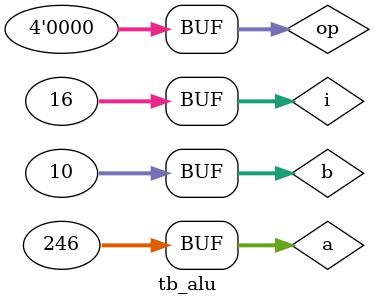
<source format=sv>
/* tb_alu.sv */
`timescale 1ns / 1ps  

module tb_alu();
	logic [31:0] a, b;			
	logic [ 3:0] op;			
	logic [31:0] s;			
	logic n, z, v, c;			
	logic hata;
alu dut0(.a(a), .b(b), .op(op), .s(s), .n(n), .z(z), .v(v), .c(c));
 integer i; 
    initial begin    
      a = 8'h02;	  
      b = 8'h0A;	  
      op = 4'h0;     
      for (i=0;i<=15;i=i+1)
      begin
       op = op + 8'h01;
       #10;
      end;      
      a = 8'hF6;
      b = 8'h0A;     
    end
endmodule

</source>
